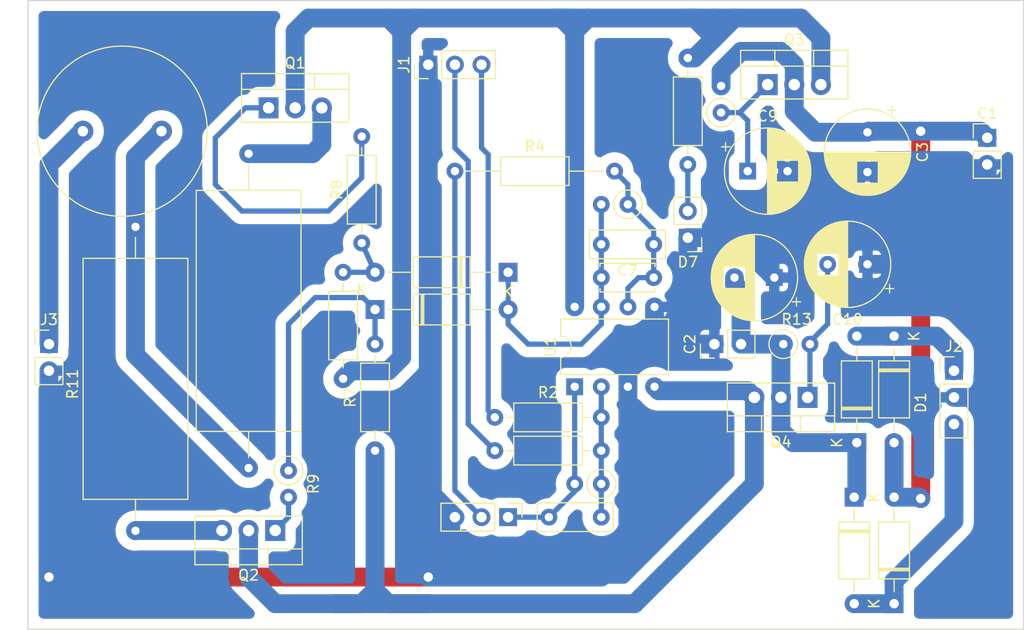
<source format=kicad_pcb>
(kicad_pcb (version 20211014) (generator pcbnew)
  (layers (0 "F.Cu" signal) (31 "B.Cu" signal) (34 "B.Paste" user) (35 "F.Paste" user) (36 "B.SilkS" user "B.Silkscreen") (37 "F.SilkS" user "F.Silkscreen") (38 "B.Mask" user) (39 "F.Mask" user) (44 "Edge.Cuts" user))
  (net 0 "")
  (net 1 "+12V")
  (net 2 "GND")
  (net 3 "-12V")
  (net 4 "Net-(C5-Pad1)")
  (net 5 "Net-(C5-Pad2)")
  (net 6 "Net-(C6-Pad1)")
  (net 7 "Net-(C6-Pad2)")
  (net 8 "Net-(C8-Pad1)")
  (net 9 "Net-(C8-Pad2)")
  (net 10 "Net-(D1-Pad1)")
  (net 11 "Net-(D3-Pad1)")
  (net 12 "Net-(D5-Pad2)")
  (net 13 "Net-(D6-Pad1)")
  (net 14 "Net-(Q1-Pad1)")
  (net 15 "Net-(Q1-Pad3)")
  (net 16 "Net-(Q2-Pad1)")
  (net 17 "Net-(Q2-Pad3)")
  (net 18 "Net-(J1-PadR)")
  (net 19 "Net-(J1-PadT)")
  (net 20 "Net-(R4-Pad1)")
  (net 21 "Net-(C1-Pad1)")
  (net 22 "Net-(C2-Pad2)")
  (net 23 "Net-(C9-Pad1)")
  (net 24 "Net-(C10-Pad2)")
  (net 25 "Net-(D7-Pad2)")
  (footprint "Connector_PinHeader_2.54mm:PinHeader_1x02_P2.54mm_Vertical" (layer "F.Cu") (at 150.49 97.79 90)
    (fp_text reference "C2" (at 0 -2.33 90) (layer "F.SilkS"))
    (fp_text value "6800u")
    (pad "1" thru_hole rect (at 0 0 90) (size 1.7 1.7) (drill 1) (layers *.Cu *.Mask) (net 2 "GND"))
    (pad "2" thru_hole oval (at 0 2.54 90) (size 1.7 1.7) (drill 1) (layers *.Cu *.Mask) (net 22 "Net-(C2-Pad2)"))
  )
  (footprint "Capacitor_THT:C_Disc_D7.0mm_W2.5mm_P5.00mm" (layer "F.Cu") (at 139.7 114.3 180)
    (fp_text reference "C5" hide)
    (fp_text value "0.047u")
    (pad "1" thru_hole circle (at 0 0 180) (size 1.6 1.6) (drill 0.8) (layers *.Cu *.Mask) (net 4 "Net-(C5-Pad1)"))
    (pad "2" thru_hole circle (at 5 0 180) (size 1.6 1.6) (drill 0.8) (layers *.Cu *.Mask) (net 5 "Net-(C5-Pad2)"))
  )
  (footprint "Resistor_THT:R_Axial_DIN0207_L6.3mm_D2.5mm_P2.54mm_Vertical" (layer "F.Cu") (at 139.7 111.125 180)
    (fp_text reference "R3" hide)
    (fp_text value "33k")
    (pad "1" thru_hole circle (at 0 0 180) (size 1.6 1.6) (drill 0.8) (layers *.Cu *.Mask) (net 4 "Net-(C5-Pad1)"))
    (pad "2" thru_hole oval (at 2.54 0 180) (size 1.6 1.6) (drill 0.8) (layers *.Cu *.Mask) (net 5 "Net-(C5-Pad2)"))
  )
  (footprint "Diode_THT:D_A-405_P10.16mm_Horizontal" (layer "F.Cu") (at 167.64 97.028 -90)
    (fp_text reference "D1" (at 6.35 -2.54 90) (layer "F.SilkS"))
    (fp_text value "DIODE")
    (fp_text user "K" (at 0 -1.9 90) (layer "F.SilkS"))
    (pad "1" thru_hole rect (at 0 0 270) (size 1.8 1.8) (drill 0.9) (layers *.Cu *.Mask) (net 10 "Net-(D1-Pad1)"))
    (pad "2" thru_hole oval (at 10.16 0 270) (size 1.8 1.8) (drill 0.9) (layers *.Cu *.Mask) (net 21 "Net-(C1-Pad1)"))
  )
  (footprint "Resistor_THT:R_Axial_DIN0207_L6.3mm_D2.5mm_P10.16mm_Horizontal" (layer "F.Cu") (at 118.11 107.95 90)
    (fp_text reference "R7" (at 5.08 -2.37 90) (layer "F.SilkS"))
    (fp_text value "1k")
    (pad "1" thru_hole circle (at 0 0 90) (size 1.6 1.6) (drill 0.8) (layers *.Cu *.Mask) (net 3 "-12V"))
    (pad "2" thru_hole oval (at 10.16 0 90) (size 1.6 1.6) (drill 0.8) (layers *.Cu *.Mask) (net 13 "Net-(D6-Pad1)"))
  )
  (footprint "Resistor_THT:R_Axial_DIN0207_L6.3mm_D2.5mm_P10.16mm_Horizontal" (layer "F.Cu") (at 115.062 90.932 -90)
    (fp_text reference "R6" hide)
    (fp_text value "1k")
    (pad "1" thru_hole circle (at 0 0 270) (size 1.6 1.6) (drill 0.8) (layers *.Cu *.Mask) (net 12 "Net-(D5-Pad2)"))
    (pad "2" thru_hole oval (at 10.16 0 270) (size 1.6 1.6) (drill 0.8) (layers *.Cu *.Mask) (net 1 "+12V"))
  )
  (footprint "Resistor_THT:R_Axial_DIN0207_L6.3mm_D2.5mm_P2.54mm_Vertical" (layer "F.Cu") (at 109.855 109.855 -90)
    (fp_text reference "R9" (at 1.27 -2.37 90) (layer "F.SilkS"))
    (fp_text value "100")
    (pad "1" thru_hole circle (at 0 0 270) (size 1.6 1.6) (drill 0.8) (layers *.Cu *.Mask) (net 13 "Net-(D6-Pad1)"))
    (pad "2" thru_hole oval (at 2.54 0 270) (size 1.6 1.6) (drill 0.8) (layers *.Cu *.Mask) (net 16 "Net-(Q2-Pad1)"))
  )
  (footprint "Connector_PinHeader_2.54mm:PinHeader_1x03_P2.54mm_Vertical" (layer "F.Cu") (at 173.355 100.33)
    (fp_text reference "J2" (at 0 -2.33) (layer "F.SilkS"))
    (fp_text value "Conn_01x03")
    (pad "1" thru_hole rect (at 0 0) (size 1.7 1.7) (drill 1) (layers *.Cu *.Mask) (net 10 "Net-(D1-Pad1)"))
    (pad "2" thru_hole oval (at 0 2.54) (size 1.7 1.7) (drill 1) (layers *.Cu *.Mask) (net 2 "GND"))
    (pad "3" thru_hole oval (at 0 5.08) (size 1.7 1.7) (drill 1) (layers *.Cu *.Mask) (net 11 "Net-(D3-Pad1)"))
  )
  (footprint "Capacitor_THT:CP_Radial_D8.0mm_P3.80mm" (layer "F.Cu") (at 156.21 91.44 180)
    (fp_text reference "C4" hide)
    (fp_text value "680u")
    (pad "1" thru_hole rect (at 0 0 180) (size 1.6 1.6) (drill 0.8) (layers *.Cu *.Mask) (net 2 "GND"))
    (pad "2" thru_hole circle (at 3.8 0 180) (size 1.6 1.6) (drill 0.8) (layers *.Cu *.Mask) (net 22 "Net-(C2-Pad2)"))
  )
  (footprint "Capacitor_THT:CP_Radial_D8.0mm_P3.80mm" (layer "F.Cu") (at 165.1 77.572349 -90)
    (fp_text reference "C3" (at 1.9 -5.25 90) (layer "F.SilkS"))
    (fp_text value "680u")
    (pad "1" thru_hole rect (at 0 0 270) (size 1.6 1.6) (drill 0.8) (layers *.Cu *.Mask) (net 21 "Net-(C1-Pad1)"))
    (pad "2" thru_hole circle (at 3.8 0 270) (size 1.6 1.6) (drill 0.8) (layers *.Cu *.Mask) (net 2 "GND"))
  )
  (footprint "Diode_THT:D_A-405_P10.16mm_Horizontal" (layer "F.Cu") (at 163.83 112.395 -90)
    (fp_text reference "D4" hide)
    (fp_text value "DIODE")
    (fp_text user "K" (at 0 -1.9 90) (layer "F.SilkS"))
    (pad "1" thru_hole rect (at 0 0 270) (size 1.8 1.8) (drill 0.9) (layers *.Cu *.Mask) (net 22 "Net-(C2-Pad2)"))
    (pad "2" thru_hole oval (at 10.16 0 270) (size 1.8 1.8) (drill 0.9) (layers *.Cu *.Mask) (net 11 "Net-(D3-Pad1)"))
  )
  (footprint "Package_DIP:DIP-8_W7.62mm" (layer "F.Cu") (at 137.16 101.854 90)
    (fp_text reference "U1" (at 3.81 -2.33 90) (layer "F.SilkS"))
    (fp_text value "LME49720")
    (pad "1" thru_hole rect (at 0 0 90) (size 1.6 1.6) (drill 0.8) (layers *.Cu *.Mask) (net 5 "Net-(C5-Pad2)"))
    (pad "2" thru_hole oval (at 0 2.54 90) (size 1.6 1.6) (drill 0.8) (layers *.Cu *.Mask) (net 4 "Net-(C5-Pad1)"))
    (pad "3" thru_hole oval (at 0 5.08 90) (size 1.6 1.6) (drill 0.8) (layers *.Cu *.Mask) (net 2 "GND"))
    (pad "4" thru_hole oval (at 0 7.62 90) (size 1.6 1.6) (drill 0.8) (layers *.Cu *.Mask) (net 3 "-12V"))
    (pad "5" thru_hole oval (at 7.62 7.62 90) (size 1.6 1.6) (drill 0.8) (layers *.Cu *.Mask) (net 2 "GND"))
    (pad "6" thru_hole oval (at 7.62 5.08 90) (size 1.6 1.6) (drill 0.8) (layers *.Cu *.Mask) (net 6 "Net-(C6-Pad1)"))
    (pad "7" thru_hole oval (at 7.62 2.54 90) (size 1.6 1.6) (drill 0.8) (layers *.Cu *.Mask) (net 7 "Net-(C6-Pad2)"))
    (pad "8" thru_hole oval (at 7.62 0 90) (size 1.6 1.6) (drill 0.8) (layers *.Cu *.Mask) (net 1 "+12V"))
  )
  (footprint "Capacitor_THT:C_Disc_D7.0mm_W2.5mm_P5.00mm" (layer "F.Cu") (at 144.7 88.265 180)
    (fp_text reference "C7" (at 2.5 -2.5) (layer "F.SilkS"))
    (fp_text value "0.047u")
    (pad "1" thru_hole circle (at 0 0 180) (size 1.6 1.6) (drill 0.8) (layers *.Cu *.Mask) (net 6 "Net-(C6-Pad1)"))
    (pad "2" thru_hole circle (at 5 0 180) (size 1.6 1.6) (drill 0.8) (layers *.Cu *.Mask) (net 7 "Net-(C6-Pad2)"))
  )
  (footprint "Package_TO_SOT_THT:TO-220-3_Vertical" (layer "F.Cu") (at 108.585 115.57 180)
    (fp_text reference "Q2" (at 2.54 -4.27) (layer "F.SilkS"))
    (fp_text value "2SA671C")
    (pad "1" thru_hole rect (at 0 0 180) (size 1.905 2) (drill 1.1) (layers *.Cu *.Mask) (net 16 "Net-(Q2-Pad1)"))
    (pad "2" thru_hole oval (at 2.54 0 180) (size 1.905 2) (drill 1.1) (layers *.Cu *.Mask) (net 3 "-12V"))
    (pad "3" thru_hole oval (at 5.08 0 180) (size 1.905 2) (drill 1.1) (layers *.Cu *.Mask) (net 17 "Net-(Q2-Pad3)"))
  )
  (footprint "Resistor_THT:R_Axial_DIN0207_L6.3mm_D2.5mm_P2.54mm_Vertical" (layer "F.Cu") (at 151.13 75.692 90)
    (fp_text reference "R12" hide)
    (fp_text value "200")
    (pad "1" thru_hole circle (at 0 0 90) (size 1.6 1.6) (drill 0.8) (layers *.Cu *.Mask) (net 23 "Net-(C9-Pad1)"))
    (pad "2" thru_hole oval (at 2.54 0 90) (size 1.6 1.6) (drill 0.8) (layers *.Cu *.Mask) (net 21 "Net-(C1-Pad1)"))
  )
  (footprint "Package_TO_SOT_THT:TO-220-3_Vertical" (layer "F.Cu") (at 159.385 102.87 180)
    (fp_text reference "Q4" (at 2.54 -4.27) (layer "F.SilkS"))
    (fp_text value "Q_PNP_BCE")
    (pad "1" thru_hole rect (at 0 0 180) (size 1.905 2) (drill 1.1) (layers *.Cu *.Mask) (net 24 "Net-(C10-Pad2)"))
    (pad "2" thru_hole oval (at 2.54 0 180) (size 1.905 2) (drill 1.1) (layers *.Cu *.Mask) (net 22 "Net-(C2-Pad2)"))
    (pad "3" thru_hole oval (at 5.08 0 180) (size 1.905 2) (drill 1.1) (layers *.Cu *.Mask) (net 3 "-12V"))
  )
  (footprint "Package_TO_SOT_THT:TO-220-3_Vertical" (layer "F.Cu") (at 107.95 75.24)
    (fp_text reference "Q1" (at 2.54 -4.27) (layer "F.SilkS"))
    (fp_text value "2SC1061")
    (pad "1" thru_hole rect (at 0 0) (size 1.905 2) (drill 1.1) (layers *.Cu *.Mask) (net 14 "Net-(Q1-Pad1)"))
    (pad "2" thru_hole oval (at 2.54 0) (size 1.905 2) (drill 1.1) (layers *.Cu *.Mask) (net 1 "+12V"))
    (pad "3" thru_hole oval (at 5.08 0) (size 1.905 2) (drill 1.1) (layers *.Cu *.Mask) (net 15 "Net-(Q1-Pad3)"))
  )
  (footprint "Resistor_THT:R_Axial_DIN0207_L6.3mm_D2.5mm_P10.16mm_Horizontal" (layer "F.Cu") (at 147.955 70.485 -90)
    (fp_text reference "R14" hide)
    (fp_text value "R")
    (pad "1" thru_hole circle (at 0 0 270) (size 1.6 1.6) (drill 0.8) (layers *.Cu *.Mask) (net 1 "+12V"))
    (pad "2" thru_hole oval (at 10.16 0 270) (size 1.6 1.6) (drill 0.8) (layers *.Cu *.Mask) (net 25 "Net-(D7-Pad2)"))
  )
  (footprint "Connector_PinHeader_2.54mm:PinHeader_1x03_P2.54mm_Vertical" (layer "F.Cu") (at 123.19 71.12 90)
    (fp_text reference "J1" (at 0 -2.33 90) (layer "F.SilkS"))
    (fp_text value "AudioJack3")
    (pad "R" thru_hole oval (at 0 2.54 90) (size 1.7 1.7) (drill 1) (layers *.Cu *.Mask) (net 18 "Net-(J1-PadR)"))
    (pad "S" thru_hole rect (at 0 0 90) (size 1.7 1.7) (drill 1) (layers *.Cu *.Mask) (net 2 "GND"))
    (pad "T" thru_hole oval (at 0 5.08 90) (size 1.7 1.7) (drill 1) (layers *.Cu *.Mask) (net 19 "Net-(J1-PadT)"))
  )
  (footprint "Capacitor_THT:CP_Radial_D8.0mm_P3.80mm" (layer "F.Cu") (at 153.67 81.28)
    (fp_text reference "C9" (at 1.9 -5.25) (layer "F.SilkS"))
    (fp_text value "47u")
    (pad "1" thru_hole rect (at 0 0) (size 1.6 1.6) (drill 0.8) (layers *.Cu *.Mask) (net 23 "Net-(C9-Pad1)"))
    (pad "2" thru_hole circle (at 3.8 0) (size 1.6 1.6) (drill 0.8) (layers *.Cu *.Mask) (net 2 "GND"))
  )
  (footprint "Diode_THT:D_A-405_P10.16mm_Horizontal" (layer "F.Cu") (at 164.084 107.188 90)
    (fp_text reference "D2" hide)
    (fp_text value "DIODE")
    (fp_text user "K" (at 0 -1.9 90) (layer "F.SilkS"))
    (pad "1" thru_hole rect (at 0 0 90) (size 1.8 1.8) (drill 0.9) (layers *.Cu *.Mask) (net 22 "Net-(C2-Pad2)"))
    (pad "2" thru_hole oval (at 10.16 0 90) (size 1.8 1.8) (drill 0.9) (layers *.Cu *.Mask) (net 10 "Net-(D1-Pad1)"))
  )
  (footprint "Capacitor_THT:CP_Radial_D8.0mm_P3.80mm" (layer "F.Cu") (at 165.1 90.17 180)
    (fp_text reference "C10" (at 1.9 -5.25) (layer "F.SilkS"))
    (fp_text value "47u")
    (pad "1" thru_hole rect (at 0 0 180) (size 1.6 1.6) (drill 0.8) (layers *.Cu *.Mask) (net 2 "GND"))
    (pad "2" thru_hole circle (at 3.8 0 180) (size 1.6 1.6) (drill 0.8) (layers *.Cu *.Mask) (net 24 "Net-(C10-Pad2)"))
  )
  (footprint "Resistor_THT:R_Axial_DIN0207_L6.3mm_D2.5mm_P10.16mm_Horizontal" (layer "F.Cu") (at 95.25 101.6 90)
    (fp_text reference "R11" (at 0 -6 90) (layer "F.SilkS"))
    (fp_text value "1")
    (pad "1" thru_hole circle (at -14 0 90) (size 1.6 1.6) (drill 0.8) (layers *.Cu *.Mask) (net 17 "Net-(Q2-Pad3)"))
    (pad "2" thru_hole oval (at 15 0 90) (size 1.6 1.6) (drill 0.8) (layers *.Cu *.Mask) (net 8 "Net-(C8-Pad1)"))
  )
  (footprint "Package_TO_SOT_THT:TO-220-3_Vertical" (layer "F.Cu") (at 155.575 73.025)
    (fp_text reference "Q3" (at 2.54 -4.27) (layer "F.SilkS"))
    (fp_text value "Q_NPN_BCE")
    (pad "1" thru_hole rect (at 0 0) (size 1.905 2) (drill 1.1) (layers *.Cu *.Mask) (net 23 "Net-(C9-Pad1)"))
    (pad "2" thru_hole oval (at 2.54 0) (size 1.905 2) (drill 1.1) (layers *.Cu *.Mask) (net 21 "Net-(C1-Pad1)"))
    (pad "3" thru_hole oval (at 5.08 0) (size 1.905 2) (drill 1.1) (layers *.Cu *.Mask) (net 1 "+12V"))
  )
  (footprint "Connector_PinHeader_2.54mm:PinHeader_1x02_P2.54mm_Vertical" (layer "F.Cu") (at 86.995 97.785)
    (fp_text reference "J3" (at 0 -2.33) (layer "F.SilkS"))
    (fp_text value "Conn_01x02")
    (pad "1" thru_hole rect (at 0 0) (size 1.7 1.7) (drill 1) (layers *.Cu *.Mask) (net 9 "Net-(C8-Pad2)"))
    (pad "2" thru_hole oval (at 0 2.54) (size 1.7 1.7) (drill 1) (layers *.Cu *.Mask) (net 2 "GND"))
  )
  (footprint "Diode_THT:D_A-405_P10.16mm_Horizontal" (layer "F.Cu") (at 167.64 122.555 90)
    (fp_text reference "D3" hide)
    (fp_text value "DIODE")
    (fp_text user "K" (at 0 -1.9 90) (layer "F.SilkS"))
    (pad "1" thru_hole rect (at 0 0 90) (size 1.8 1.8) (drill 0.9) (layers *.Cu *.Mask) (net 11 "Net-(D3-Pad1)"))
    (pad "2" thru_hole oval (at 10.16 0 90) (size 1.8 1.8) (drill 0.9) (layers *.Cu *.Mask) (net 21 "Net-(C1-Pad1)"))
  )
  (footprint "Resistor_THT:R_Axial_DIN0207_L6.3mm_D2.5mm_P15.24mm_Horizontal" (layer "F.Cu") (at 125.73 81.28)
    (fp_text reference "R4" (at 7.62 -2.37) (layer "F.SilkS"))
    (fp_text value "1k")
    (pad "1" thru_hole circle (at 0 0) (size 1.6 1.6) (drill 0.8) (layers *.Cu *.Mask) (net 20 "Net-(R4-Pad1)"))
    (pad "2" thru_hole oval (at 15.24 0) (size 1.6 1.6) (drill 0.8) (layers *.Cu *.Mask) (net 6 "Net-(C6-Pad1)"))
  )
  (footprint "Capacitor_THT:C_Disc_D5.0mm_W2.5mm_P5.00mm" (layer "F.Cu") (at 144.7 91.44 180)
    (fp_text reference "C6" hide)
    (fp_text value "0.022u")
    (pad "1" thru_hole circle (at 0 0 180) (size 1.6 1.6) (drill 0.8) (layers *.Cu *.Mask) (net 6 "Net-(C6-Pad1)"))
    (pad "2" thru_hole circle (at 5 0 180) (size 1.6 1.6) (drill 0.8) (layers *.Cu *.Mask) (net 7 "Net-(C6-Pad2)"))
  )
  (footprint "Resistor_THT:R_Axial_DIN0207_L6.3mm_D2.5mm_P2.54mm_Vertical" (layer "F.Cu") (at 142.24 84.455 180)
    (fp_text reference "R5" hide)
    (fp_text value "22k")
    (pad "1" thru_hole circle (at 0 0 180) (size 1.6 1.6) (drill 0.8) (layers *.Cu *.Mask) (net 6 "Net-(C6-Pad1)"))
    (pad "2" thru_hole oval (at 2.54 0 180) (size 1.6 1.6) (drill 0.8) (layers *.Cu *.Mask) (net 7 "Net-(C6-Pad2)"))
  )
  (footprint "Diode_THT:D_A-405_P12.70mm_Horizontal" (layer "F.Cu") (at 130.81 90.932 180)
    (fp_text reference "D5" hide)
    (fp_text value "D")
    (fp_text user "K" (at 0 -1.9 180) (layer "F.SilkS"))
    (pad "1" thru_hole rect (at 0 0 180) (size 1.8 1.8) (drill 0.9) (layers *.Cu *.Mask) (net 7 "Net-(C6-Pad2)"))
    (pad "2" thru_hole oval (at 12.7 0 180) (size 1.8 1.8) (drill 0.9) (layers *.Cu *.Mask) (net 12 "Net-(D5-Pad2)"))
  )
  (footprint "Resistor_THT:R_Axial_DIN0207_L6.3mm_D2.5mm_P2.54mm_Vertical" (layer "F.Cu") (at 157.07 97.79)
    (fp_text reference "R13" (at 1.27 -2.37) (layer "F.SilkS"))
    (fp_text value "200")
    (pad "1" thru_hole circle (at 0 0) (size 1.6 1.6) (drill 0.8) (layers *.Cu *.Mask) (net 22 "Net-(C2-Pad2)"))
    (pad "2" thru_hole oval (at 2.54 0) (size 1.6 1.6) (drill 0.8) (layers *.Cu *.Mask) (net 24 "Net-(C10-Pad2)"))
  )
  (footprint "Diode_THT:D_A-405_P12.70mm_Horizontal" (layer "F.Cu") (at 118.11 94.488)
    (fp_text reference "D6" hide)
    (fp_text value "D")
    (fp_text user "K" (at -1.27 -1.9) (layer "F.SilkS"))
    (pad "1" thru_hole rect (at 0 0) (size 1.8 1.8) (drill 0.9) (layers *.Cu *.Mask) (net 13 "Net-(D6-Pad1)"))
    (pad "2" thru_hole oval (at 12.7 0) (size 1.8 1.8) (drill 0.9) (layers *.Cu *.Mask) (net 7 "Net-(C6-Pad2)"))
  )
  (footprint "Capacitor_THT:C_Radial_D16.0mm_H25.0mm_P7.50mm" (layer "F.Cu") (at 97.73 77.47 180)
    (fp_text reference "C8" hide)
    (fp_text value "1000u")
    (pad "1" thru_hole circle (at 0 0 180) (size 2 2) (drill 1) (layers *.Cu *.Mask) (net 8 "Net-(C8-Pad1)"))
    (pad "2" thru_hole circle (at 7.5 0 180) (size 2 2) (drill 1) (layers *.Cu *.Mask) (net 9 "Net-(C8-Pad2)"))
  )
  (footprint "Connector_PinHeader_2.54mm:PinHeader_1x02_P2.54mm_Vertical" (layer "F.Cu") (at 176.53 78.1)
    (fp_text reference "C1" (at 0 -2.33) (layer "F.SilkS"))
    (fp_text value "6800u")
    (pad "1" thru_hole rect (at 0 0) (size 1.7 1.7) (drill 1) (layers *.Cu *.Mask) (net 21 "Net-(C1-Pad1)"))
    (pad "2" thru_hole oval (at 0 2.54) (size 1.7 1.7) (drill 1) (layers *.Cu *.Mask) (net 2 "GND"))
  )
  (footprint "Resistor_THT:R_Axial_DIN0207_L6.3mm_D2.5mm_P10.16mm_Horizontal" (layer "F.Cu") (at 116.84 88.138 90)
    (fp_text reference "R8" (at 5.08 -2.37 90) (layer "F.SilkS"))
    (fp_text value "100")
    (pad "1" thru_hole circle (at 0 0 90) (size 1.6 1.6) (drill 0.8) (layers *.Cu *.Mask) (net 12 "Net-(D5-Pad2)"))
    (pad "2" thru_hole oval (at 10.16 0 90) (size 1.6 1.6) (drill 0.8) (layers *.Cu *.Mask) (net 14 "Net-(Q1-Pad1)"))
  )
  (footprint "Resistor_THT:R_Axial_DIN0207_L6.3mm_D2.5mm_P10.16mm_Horizontal" (layer "F.Cu") (at 106.045 94.615 90)
    (fp_text reference "R10" hide)
    (fp_text value "1")
    (pad "1" thru_hole circle (at -15 0 90) (size 1.6 1.6) (drill 0.8) (layers *.Cu *.Mask) (net 8 "Net-(C8-Pad1)"))
    (pad "2" thru_hole oval (at 15 0 90) (size 1.6 1.6) (drill 0.8) (layers *.Cu *.Mask) (net 15 "Net-(Q1-Pad3)"))
  )
  (footprint "Connector_PinHeader_2.54mm:PinHeader_1x03_P2.54mm_Vertical" (layer "F.Cu") (at 130.81 114.3 -90)
    (fp_text reference "RV1" hide)
    (fp_text value "10k")
    (pad "1" thru_hole rect (at 0 0 270) (size 1.7 1.7) (drill 1) (layers *.Cu *.Mask) (net 5 "Net-(C5-Pad2)"))
    (pad "2" thru_hole oval (at 0 2.54 270) (size 1.7 1.7) (drill 1) (layers *.Cu *.Mask) (net 20 "Net-(R4-Pad1)"))
    (pad "3" thru_hole oval (at 0 5.08 270) (size 1.7 1.7) (drill 1) (layers *.Cu *.Mask) (net 2 "GND"))
  )
  (footprint "Resistor_THT:R_Axial_DIN0207_L6.3mm_D2.5mm_P10.16mm_Horizontal" (layer "F.Cu") (at 129.54 104.775)
    (fp_text reference "R2" (at 5.08 -2.37) (layer "F.SilkS"))
    (fp_text value "1k")
    (pad "1" thru_hole circle (at 0 0) (size 1.6 1.6) (drill 0.8) (layers *.Cu *.Mask) (net 19 "Net-(J1-PadT)"))
    (pad "2" thru_hole oval (at 10.16 0) (size 1.6 1.6) (drill 0.8) (layers *.Cu *.Mask) (net 4 "Net-(C5-Pad1)"))
  )
  (footprint "Connector_PinHeader_2.54mm:PinHeader_1x02_P2.54mm_Vertical" (layer "F.Cu") (at 147.955 87.63 180)
    (fp_text reference "D7" (at 0 -2.33) (layer "F.SilkS"))
    (fp_text value "LED")
    (pad "1" thru_hole rect (at 0 0 180) (size 1.7 1.7) (drill 1) (layers *.Cu *.Mask) (net 2 "GND"))
    (pad "2" thru_hole oval (at 0 2.54 180) (size 1.7 1.7) (drill 1) (layers *.Cu *.Mask) (net 25 "Net-(D7-Pad2)"))
  )
  (footprint "Resistor_THT:R_Axial_DIN0207_L6.3mm_D2.5mm_P10.16mm_Horizontal" (layer "F.Cu") (at 129.54 107.95)
    (fp_text reference "R1" hide)
    (fp_text value "1k")
    (pad "1" thru_hole circle (at 0 0) (size 1.6 1.6) (drill 0.8) (layers *.Cu *.Mask) (net 18 "Net-(J1-PadR)"))
    (pad "2" thru_hole oval (at 10.16 0) (size 1.6 1.6) (drill 0.8) (layers *.Cu *.Mask) (net 4 "Net-(C5-Pad1)"))
  )
  (gr_rect (start 85 65) (end 180 125) (layer "Edge.Cuts") (width 0.1) (fill none))
  (segment (start 137.16 67.945) (end 135.89 66.675) (width 1.8) (layer "B.Cu") (net 1))
  (segment (start 110.49 67.945) (end 111.76 66.675) (width 1.8) (layer "B.Cu") (net 1))
  (segment (start 137.16 68.58) (end 137.16 67.945) (width 1.8) (layer "B.Cu") (net 1))
  (segment (start 135.255 66.675) (end 121.92 66.675) (width 1.8) (layer "B.Cu") (net 1))
  (segment (start 137.16 67.31) (end 136.525 66.675) (width 1.8) (layer "B.Cu") (net 1))
  (segment (start 119.38 100.33) (end 115.824 100.33) (width 1.8) (layer "B.Cu") (net 1))
  (segment (start 148.59 66.675) (end 147.955 66.675) (width 1.8) (layer "B.Cu") (net 1))
  (segment (start 152.4 66.675) (end 158.75 66.675) (width 1.8) (layer "B.Cu") (net 1))
  (segment (start 120.65 67.945) (end 120.65 99.06) (width 1.8) (layer "B.Cu") (net 1))
  (segment (start 137.16 94.234) (end 137.16 68.58) (width 1.8) (layer "B.Cu") (net 1))
  (segment (start 121.92 66.675) (end 120.65 67.945) (width 1.8) (layer "B.Cu") (net 1))
  (segment (start 135.89 66.675) (end 135.255 66.675) (width 1.8) (layer "B.Cu") (net 1))
  (segment (start 147.955 66.675) (end 138.43 66.675) (width 1.8) (layer "B.Cu") (net 1))
  (segment (start 160.655 68.58) (end 160.655 73.025) (width 1.8) (layer "B.Cu") (net 1))
  (segment (start 150.495 66.675) (end 152.4 66.675) (width 1.8) (layer "B.Cu") (net 1))
  (segment (start 121.92 66.675) (end 119.38 66.675) (width 1.8) (layer "B.Cu") (net 1))
  (segment (start 115.824 100.33) (end 115.062 101.092) (width 1.8) (layer "B.Cu") (net 1))
  (segment (start 158.75 66.675) (end 160.655 68.58) (width 1.8) (layer "B.Cu") (net 1))
  (segment (start 148.59 70.485) (end 150.495 68.58) (width 1.8) (layer "B.Cu") (net 1))
  (segment (start 137.16 68.58) (end 137.16 67.31) (width 1.8) (layer "B.Cu") (net 1))
  (segment (start 138.43 66.675) (end 136.525 66.675) (width 1.8) (layer "B.Cu") (net 1))
  (segment (start 136.525 66.675) (end 135.255 66.675) (width 1.8) (layer "B.Cu") (net 1))
  (segment (start 147.955 70.485) (end 148.59 70.485) (width 1.8) (layer "B.Cu") (net 1))
  (segment (start 150.495 66.675) (end 147.955 66.675) (width 1.8) (layer "B.Cu") (net 1))
  (segment (start 150.495 68.58) (end 152.4 66.675) (width 1.8) (layer "B.Cu") (net 1))
  (segment (start 150.495 68.58) (end 150.495 66.675) (width 1.8) (layer "B.Cu") (net 1))
  (segment (start 137.16 67.945) (end 138.43 66.675) (width 1.8) (layer "B.Cu") (net 1))
  (segment (start 111.76 66.675) (end 119.38 66.675) (width 1.8) (layer "B.Cu") (net 1))
  (segment (start 150.495 68.58) (end 148.59 66.675) (width 1.8) (layer "B.Cu") (net 1))
  (segment (start 110.49 75.24) (end 110.49 67.945) (width 1.8) (layer "B.Cu") (net 1))
  (segment (start 120.65 99.06) (end 119.38 100.33) (width 1.8) (layer "B.Cu") (net 1))
  (segment (start 120.65 67.945) (end 119.38 66.675) (width 1.8) (layer "B.Cu") (net 1))
  (segment (start 86.995 120.015) (end 123.19 120.015) (width 1.8) (layer "F.Cu") (net 2))
  (via (at 86.995 120.015) (size 1.8) (drill 0.9) (layers "F.Cu" "B.Cu") (net 2))
  (via (at 123.19 120.015) (size 1.8) (drill 0.9) (layers "F.Cu" "B.Cu") (net 2))
  (segment (start 173.355 102.87) (end 175.895 102.87) (width 1.8) (layer "B.Cu") (net 2))
  (segment (start 147.955 87.63) (end 147.955 97.79) (width 1.8) (layer "B.Cu") (net 2))
  (segment (start 140.97 117.475) (end 142.24 116.205) (width 1.8) (layer "B.Cu") (net 2))
  (segment (start 175.797651 81.372349) (end 176.53 80.64) (width 1.8) (layer "B.Cu") (net 2))
  (segment (start 152.4 87.63) (end 157.47 82.56) (width 1.8) (layer "B.Cu") (net 2))
  (segment (start 142.23 98.435) (end 144.78 95.885) (width 1.8) (layer "B.Cu") (net 2))
  (segment (start 175.895 102.87) (end 176.53 102.235) (width 1.8) (layer "B.Cu") (net 2))
  (segment (start 146.685 97.79) (end 144.78 95.885) (width 1.8) (layer "B.Cu") (net 2))
  (segment (start 176.53 90.17) (end 176.53 80.64) (width 1.8) (layer "B.Cu") (net 2))
  (segment (start 142.24 116.205) (end 142.24 101.854) (width 1.8) (layer "B.Cu") (net 2))
  (segment (start 142.24 117.475) (end 142.24 116.205) (width 1.8) (layer "B.Cu") (net 2))
  (segment (start 165.1 90.17) (end 176.53 90.17) (width 1.8) (layer "B.Cu") (net 2))
  (segment (start 125.73 114.3) (end 123.19 116.84) (width 1.8) (layer "B.Cu") (net 2))
  (segment (start 123.825 117.475) (end 140.97 117.475) (width 1) (layer "B.Cu") (net 2))
  (segment (start 123.19 116.84) (end 123.825 117.475) (width 1) (layer "B.Cu") (net 2))
  (segment (start 142.23 98.435) (end 142.875 97.79) (width 1.8) (layer "B.Cu") (net 2))
  (segment (start 123.19 120.015) (end 123.19 116.84) (width 1.8) (layer "B.Cu") (net 2))
  (segment (start 176.53 102.235) (end 176.53 90.17) (width 1.8) (layer "B.Cu") (net 2))
  (segment (start 165.007651 81.28) (end 165.1 81.372349) (width 1.8) (layer "B.Cu") (net 2))
  (segment (start 144.78 95.885) (end 144.78 94.234) (width 1.8) (layer "B.Cu") (net 2))
  (segment (start 123.19 111.76) (end 123.19 116.84) (width 1.8) (layer "B.Cu") (net 2))
  (segment (start 123.19 93.6625) (end 123.19 71.12) (width 1.8) (layer "B.Cu") (net 2))
  (segment (start 123.19 114.3) (end 125.73 114.3) (width 1.8) (layer "B.Cu") (net 2))
  (segment (start 165.1 81.372349) (end 175.797651 81.372349) (width 1.8) (layer "B.Cu") (net 2))
  (segment (start 142.24 117.475) (end 139.7 120.015) (width 1.8) (layer "B.Cu") (net 2))
  (segment (start 150.49 97.79) (end 146.685 97.79) (width 1.8) (layer "B.Cu") (net 2))
  (segment (start 125.73 114.3) (end 123.19 111.76) (width 1.8) (layer "B.Cu") (net 2))
  (segment (start 152.4 87.63) (end 156.21 91.44) (width 1.8) (layer "B.Cu") (net 2))
  (segment (start 142.24 101.854) (end 142.24 98.445) (width 1.8) (layer "B.Cu") (net 2))
  (segment (start 123.19 93.6625) (end 123.19 111.76) (width 1.8) (layer "B.Cu") (net 2))
  (segment (start 142.24 98.445) (end 142.23 98.435) (width 1.8) (layer "B.Cu") (net 2))
  (segment (start 86.995 100.325) (end 86.995 120.015) (width 1.8) (layer "B.Cu") (net 2))
  (segment (start 157.47 81.28) (end 165.007651 81.28) (width 1.8) (layer "B.Cu") (net 2))
  (segment (start 157.47 82.56) (end 157.47 81.28) (width 1.8) (layer "B.Cu") (net 2))
  (segment (start 139.7 120.015) (end 123.19 120.015) (width 1.8) (layer "B.Cu") (net 2))
  (segment (start 147.955 97.79) (end 150.49 97.79) (width 1.8) (layer "B.Cu") (net 2))
  (segment (start 142.875 97.79) (end 146.685 97.79) (width 1.8) (layer "B.Cu") (net 2))
  (segment (start 147.955 87.63) (end 152.4 87.63) (width 1.8) (layer "B.Cu") (net 2))
  (segment (start 108.585 122.555) (end 106.045 120.015) (width 1.8) (layer "B.Cu") (net 3))
  (segment (start 154.305 111.125) (end 142.875 122.555) (width 1.8) (layer "B.Cu") (net 3))
  (segment (start 153.67 102.235) (end 145.161 102.235) (width 1.8) (layer "B.Cu") (net 3))
  (segment (start 119.38 122.555) (end 118.11 121.285) (width 1.8) (layer "B.Cu") (net 3))
  (segment (start 114.3 122.555) (end 123.19 122.555) (width 1.8) (layer "B.Cu") (net 3))
  (segment (start 154.305 102.87) (end 153.67 102.235) (width 1.8) (layer "B.Cu") (net 3))
  (segment (start 142.875 122.555) (end 123.19 122.555) (width 1.8) (layer "B.Cu") (net 3))
  (segment (start 118.11 121.285) (end 116.84 122.555) (width 1.8) (layer "B.Cu") (net 3))
  (segment (start 123.19 122.555) (end 119.38 122.555) (width 1.8) (layer "B.Cu") (net 3))
  (segment (start 116.84 122.555) (end 114.3 122.555) (width 1.8) (layer "B.Cu") (net 3))
  (segment (start 154.305 102.87) (end 154.305 111.125) (width 1.8) (layer "B.Cu") (net 3))
  (segment (start 114.3 122.555) (end 108.585 122.555) (width 1.8) (layer "B.Cu") (net 3))
  (segment (start 106.045 120.015) (end 106.045 115.57) (width 1.8) (layer "B.Cu") (net 3))
  (segment (start 145.161 102.235) (end 144.78 101.854) (width 1.8) (layer "B.Cu") (net 3))
  (segment (start 118.11 107.95) (end 118.11 121.285) (width 1.8) (layer "B.Cu") (net 3))
  (segment (start 139.7 107.95) (end 139.7 111.125) (width 0.5) (layer "B.Cu") (net 4))
  (segment (start 139.7 111.125) (end 139.7 114.3) (width 0.5) (layer "B.Cu") (net 4))
  (segment (start 139.7 104.775) (end 139.7 107.95) (width 0.5) (layer "B.Cu") (net 4))
  (segment (start 139.7 101.854) (end 139.7 104.775) (width 0.5) (layer "B.Cu") (net 4))
  (segment (start 137.16 111.84) (end 134.7 114.3) (width 0.5) (layer "B.Cu") (net 5))
  (segment (start 137.16 111.125) (end 137.16 111.84) (width 0.5) (layer "B.Cu") (net 5))
  (segment (start 130.81 114.3) (end 134.7 114.3) (width 0.5) (layer "B.Cu") (net 5))
  (segment (start 137.16 101.854) (end 137.16 111.125) (width 0.5) (layer "B.Cu") (net 5))
  (segment (start 143.256 91.44) (end 142.24 92.456) (width 0.5) (layer "B.Cu") (net 6))
  (segment (start 140.97 81.28) (end 142.24 82.55) (width 0.5) (layer "B.Cu") (net 6))
  (segment (start 144.7 86.915) (end 142.24 84.455) (width 0.5) (layer "B.Cu") (net 6))
  (segment (start 144.7 88.265) (end 144.7 86.915) (width 0.5) (layer "B.Cu") (net 6))
  (segment (start 142.24 92.456) (end 142.24 94.234) (width 0.5) (layer "B.Cu") (net 6))
  (segment (start 144.7 91.44) (end 143.256 91.44) (width 0.5) (layer "B.Cu") (net 6))
  (segment (start 142.24 82.55) (end 142.24 84.455) (width 0.5) (layer "B.Cu") (net 6))
  (segment (start 144.7 91.44) (end 144.7 88.265) (width 0.5) (layer "B.Cu") (net 6))
  (segment (start 130.81 94.488) (end 130.81 95.885) (width 0.5) (layer "B.Cu") (net 7))
  (segment (start 139.7 91.44) (end 139.7 88.265) (width 0.5) (layer "B.Cu") (net 7))
  (segment (start 130.81 95.885) (end 132.715 97.79) (width 0.5) (layer "B.Cu") (net 7))
  (segment (start 139.7 95.885) (end 139.7 94.234) (width 0.5) (layer "B.Cu") (net 7))
  (segment (start 132.715 97.79) (end 137.795 97.79) (width 0.5) (layer "B.Cu") (net 7))
  (segment (start 139.7 94.234) (end 139.7 91.44) (width 0.5) (layer "B.Cu") (net 7))
  (segment (start 130.81 90.932) (end 130.81 94.488) (width 0.5) (layer "B.Cu") (net 7))
  (segment (start 139.7 88.265) (end 139.7 84.455) (width 0.5) (layer "B.Cu") (net 7))
  (segment (start 137.795 97.79) (end 139.7 95.885) (width 0.5) (layer "B.Cu") (net 7))
  (segment (start 95.25 86.6) (end 95.25 79.95) (width 1.8) (layer "B.Cu") (net 8))
  (segment (start 106.045 109.615) (end 95.25 98.82) (width 1.8) (layer "B.Cu") (net 8))
  (segment (start 95.25 98.82) (end 95.25 86.6) (width 1.8) (layer "B.Cu") (net 8))
  (segment (start 95.25 79.95) (end 97.73 77.47) (width 1.8) (layer "B.Cu") (net 8))
  (segment (start 86.995 80.645) (end 86.995 97.785) (width 1.8) (layer "B.Cu") (net 9))
  (segment (start 90.17 77.47) (end 86.995 80.645) (width 1.8) (layer "B.Cu") (net 9))
  (segment (start 90.23 77.47) (end 90.17 77.47) (width 1.8) (layer "B.Cu") (net 9))
  (segment (start 171.704 97.028) (end 167.64 97.028) (width 1.8) (layer "B.Cu") (net 10))
  (segment (start 164.084 97.028) (end 167.64 97.028) (width 1.8) (layer "B.Cu") (net 10))
  (segment (start 173.355 98.679) (end 171.704 97.028) (width 1.8) (layer "B.Cu") (net 10))
  (segment (start 173.355 100.33) (end 173.355 98.679) (width 1.8) (layer "B.Cu") (net 10))
  (segment (start 173.355 114.681) (end 167.64 120.396) (width 1.8) (layer "B.Cu") (net 11))
  (segment (start 167.64 120.396) (end 167.64 122.555) (width 1.8) (layer "B.Cu") (net 11))
  (segment (start 173.355 105.41) (end 173.355 114.681) (width 1.8) (layer "B.Cu") (net 11))
  (segment (start 163.83 122.555) (end 167.64 122.555) (width 1.8) (layer "B.Cu") (net 11))
  (segment (start 115.062 90.932) (end 118.11 90.932) (width 0.5) (layer "B.Cu") (net 12))
  (segment (start 118.11 90.932) (end 116.84 88.138) (width 0.5) (layer "B.Cu") (net 12))
  (segment (start 109.855 95.885) (end 112.395 93.345) (width 0.5) (layer "B.Cu") (net 13))
  (segment (start 116.967 93.345) (end 118.11 94.488) (width 0.5) (layer "B.Cu") (net 13))
  (segment (start 118.11 97.79) (end 118.11 94.488) (width 0.5) (layer "B.Cu") (net 13))
  (segment (start 109.855 109.855) (end 109.855 95.885) (width 0.5) (layer "B.Cu") (net 13))
  (segment (start 112.395 93.345) (end 116.967 93.345) (width 0.5) (layer "B.Cu") (net 13))
  (segment (start 113.665 85.09) (end 105.41 85.09) (width 0.5) (layer "B.Cu") (net 14))
  (segment (start 102.87 78.105) (end 105.735 75.24) (width 0.5) (layer "B.Cu") (net 14))
  (segment (start 116.84 81.915) (end 113.665 85.09) (width 0.5) (layer "B.Cu") (net 14))
  (segment (start 105.41 85.09) (end 102.87 82.55) (width 0.5) (layer "B.Cu") (net 14))
  (segment (start 102.87 82.55) (end 102.87 78.105) (width 0.5) (layer "B.Cu") (net 14))
  (segment (start 105.735 75.24) (end 107.95 75.24) (width 0.5) (layer "B.Cu") (net 14))
  (segment (start 116.84 77.978) (end 116.84 81.915) (width 0.5) (layer "B.Cu") (net 14))
  (segment (start 113.03 78.74) (end 113.03 75.24) (width 1.8) (layer "B.Cu") (net 15))
  (segment (start 112.155 79.615) (end 113.03 78.74) (width 1.8) (layer "B.Cu") (net 15))
  (segment (start 106.045 79.615) (end 112.155 79.615) (width 1.8) (layer "B.Cu") (net 15))
  (segment (start 109.855 112.395) (end 109.855 114.3) (width 0.5) (layer "B.Cu") (net 16))
  (segment (start 109.855 114.3) (end 108.585 115.57) (width 0.5) (layer "B.Cu") (net 16))
  (segment (start 95.28 115.57) (end 95.25 115.6) (width 1.8) (layer "B.Cu") (net 17))
  (segment (start 103.505 115.57) (end 95.28 115.57) (width 1.8) (layer "B.Cu") (net 17))
  (segment (start 127 105.41) (end 129.54 107.95) (width 0.5) (layer "B.Cu") (net 18))
  (segment (start 127 80.3275) (end 127 105.41) (width 0.5) (layer "B.Cu") (net 18))
  (segment (start 125.73 71.12) (end 125.73 79.0575) (width 0.5) (layer "B.Cu") (net 18))
  (segment (start 125.73 79.0575) (end 127 80.3275) (width 0.5) (layer "B.Cu") (net 18))
  (segment (start 128.905 79.6925) (end 128.27 79.0575) (width 0.5) (layer "B.Cu") (net 19))
  (segment (start 128.905 104.14) (end 128.905 79.6925) (width 0.5) (layer "B.Cu") (net 19))
  (segment (start 128.27 79.0575) (end 128.27 71.12) (width 0.5) (layer "B.Cu") (net 19))
  (segment (start 129.54 104.775) (end 128.905 104.14) (width 0.5) (layer "B.Cu") (net 19))
  (segment (start 125.73 81.28) (end 125.73 111.76) (width 0.5) (layer "B.Cu") (net 20))
  (segment (start 125.73 111.76) (end 128.27 114.3) (width 0.5) (layer "B.Cu") (net 20))
  (segment (start 170.18 77.47) (end 170.18 112.522) (width 1.8) (layer "F.Cu") (net 21))
  (via (at 170.18 112.522) (size 1.8) (drill 0.9) (layers "F.Cu" "B.Cu") (net 21))
  (via (at 170.18 77.47) (size 1.8) (drill 0.9) (layers "F.Cu" "B.Cu") (net 21))
  (segment (start 160.122349 77.572349) (end 158.115 75.565) (width 1.8) (layer "B.Cu") (net 21))
  (segment (start 151.13 71.755) (end 151.13 73.152) (width 1.8) (layer "B.Cu") (net 21))
  (segment (start 170.18 77.47) (end 165.202349 77.47) (width 1.8) (layer "B.Cu") (net 21))
  (segment (start 170.053 112.395) (end 170.18 112.522) (width 1.8) (layer "B.Cu") (net 21))
  (segment (start 165.202349 77.47) (end 165.1 77.572349) (width 1.8) (layer "B.Cu") (net 21))
  (segment (start 153.035 69.85) (end 151.13 71.755) (width 1.8) (layer "B.Cu") (net 21))
  (segment (start 175.9 77.47) (end 170.18 77.47) (width 1.8) (layer "B.Cu") (net 21))
  (segment (start 158.115 71.12) (end 156.845 69.85) (width 1.8) (layer "B.Cu") (net 21))
  (segment (start 158.115 75.565) (end 158.115 73.025) (width 1.8) (layer "B.Cu") (net 21))
  (segment (start 156.845 69.85) (end 153.035 69.85) (width 1.8) (layer "B.Cu") (net 21))
  (segment (start 158.115 73.025) (end 158.115 71.12) (width 1.8) (layer "B.Cu") (net 21))
  (segment (start 167.64 107.188) (end 167.64 112.395) (width 1.8) (layer "B.Cu") (net 21))
  (segment (start 165.1 77.572349) (end 160.122349 77.572349) (width 1.8) (layer "B.Cu") (net 21))
  (segment (start 167.64 112.395) (end 170.053 112.395) (width 1.8) (layer "B.Cu") (net 21))
  (segment (start 176.53 78.1) (end 175.9 77.47) (width 1.8) (layer "B.Cu") (net 21))
  (segment (start 156.845 102.87) (end 156.845 106.045) (width 1.8) (layer "B.Cu") (net 22))
  (segment (start 164.084 107.188) (end 164.084 107.696) (width 1.8) (layer "B.Cu") (net 22))
  (segment (start 157.48 106.68) (end 157.988 107.188) (width 1.8) (layer "B.Cu") (net 22))
  (segment (start 152.41 92.085) (end 153.035 92.71) (width 1.8) (layer "B.Cu") (net 22))
  (segment (start 153.035 92.71) (end 153.035 97.785) (width 1.8) (layer "B.Cu") (net 22))
  (segment (start 157.988 107.188) (end 164.084 107.188) (width 1.8) (layer "B.Cu") (net 22))
  (segment (start 164.084 112.141) (end 163.83 112.395) (width 1.8) (layer "B.Cu") (net 22))
  (segment (start 153.035 97.785) (end 153.03 97.79) (width 1.8) (layer "B.Cu") (net 22))
  (segment (start 152.41 91.44) (end 152.41 92.085) (width 1.8) (layer "B.Cu") (net 22))
  (segment (start 157.07 97.79) (end 153.03 97.79) (width 1.8) (layer "B.Cu") (net 22))
  (segment (start 156.845 106.045) (end 157.48 106.68) (width 1.8) (layer "B.Cu") (net 22))
  (segment (start 164.084 107.696) (end 164.084 112.141) (width 1.8) (layer "B.Cu") (net 22))
  (segment (start 156.845 102.87) (end 156.845 98.015) (width 1.8) (layer "B.Cu") (net 22))
  (segment (start 156.845 98.015) (end 157.07 97.79) (width 1.8) (layer "B.Cu") (net 22))
  (segment (start 153.67 76.454) (end 152.908 75.692) (width 0.5) (layer "B.Cu") (net 23))
  (segment (start 155.575 73.025) (end 152.908 75.692) (width 0.5) (layer "B.Cu") (net 23))
  (segment (start 153.67 80.645) (end 153.67 76.454) (width 0.5) (layer "B.Cu") (net 23))
  (segment (start 152.908 75.692) (end 151.13 75.692) (width 0.5) (layer "B.Cu") (net 23))
  (segment (start 159.61 97.565) (end 161.3 95.875) (width 0.5) (layer "B.Cu") (net 24))
  (segment (start 159.61 97.79) (end 159.61 102.645) (width 0.5) (layer "B.Cu") (net 24))
  (segment (start 161.3 95.875) (end 161.3 90.17) (width 0.5) (layer "B.Cu") (net 24))
  (segment (start 159.61 97.79) (end 159.61 97.565) (width 0.5) (layer "B.Cu") (net 24))
  (segment (start 159.61 102.645) (end 159.385 102.87) (width 0.5) (layer "B.Cu") (net 24))
  (segment (start 147.955 80.645) (end 147.955 85.09) (width 0.5) (layer "B.Cu") (net 25))
  (zone (net 2) (net_name "GND") (layer "B.Cu") (connect_pads (clearance 1)) (min_thickness 1) (fill yes (thermal_gap 0.508) (thermal_bridge_width 1))
    (polygon (pts (xy 180 125) (xy 85 125) (xy 85 65) (xy 180 65)))
  )
  (zone (net 2) (net_name "GND") (layer "B.Cu") (connect_pads (clearance 1)) (min_thickness 1) (fill yes (thermal_gap 0.5) (thermal_bridge_width 1))
    (polygon (pts (xy 123.19 116.84) (xy 123.19 120.015) (xy 139.7 120.015) (xy 142.24 117.475)))
  )
)
</source>
